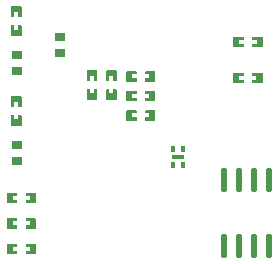
<source format=gbp>
G04 Layer: BottomPasteMaskLayer*
G04 EasyEDA Pro v2.1.32.5533625a.f972c4, 2023-12-06 19:29:04*
G04 Gerber Generator version 0.3*
G04 Scale: 100 percent, Rotated: No, Reflected: No*
G04 Dimensions in millimeters*
G04 Leading zeros omitted, absolute positions, 3 integers and 3 decimals*
%FSLAX33Y33*%
%MOMM*%
%ADD10R,0.9X0.8*%
%ADD11O,0.588X2.045*%
%ADD12R,0.42X0.505*%
%ADD13R,1.1X0.4*%
%ADD14R,0.9X0.8*%
G75*


G04 PolygonModel Start*
G36*
G01X3250Y-17203D02*
G01X4050Y-17203D01*
G01X4100Y-17253D01*
G01Y-17481D01*
G01X3730D01*
G01Y-17811D01*
G01X4100D01*
G01Y-18053D01*
G01X4050Y-18103D01*
G01X3250D01*
G01X3200Y-18053D01*
G01Y-17253D01*
G01X3250Y-17203D01*
G37*
G36*
G01X4800Y-17253D02*
G01X4800Y-17481D01*
G01X5180D01*
G01Y-17811D01*
G01X4800D01*
G01Y-18053D01*
G01X4850Y-18103D01*
G01X5640D01*
G01X5690Y-18053D01*
G01Y-17253D01*
G01X5640Y-17203D01*
G01X4850D01*
G01X4800Y-17253D01*
G37*
G36*
G01X3250Y-19362D02*
G01X4050Y-19362D01*
G01X4100Y-19412D01*
G01Y-19640D01*
G01X3730D01*
G01Y-19970D01*
G01X4100D01*
G01Y-20212D01*
G01X4050Y-20262D01*
G01X3250D01*
G01X3200Y-20212D01*
G01Y-19412D01*
G01X3250Y-19362D01*
G37*
G36*
G01X4800Y-19412D02*
G01X4800Y-19640D01*
G01X5180D01*
G01Y-19970D01*
G01X4800D01*
G01Y-20212D01*
G01X4850Y-20262D01*
G01X5640D01*
G01X5690Y-20212D01*
G01Y-19412D01*
G01X5640Y-19362D01*
G01X4850D01*
G01X4800Y-19412D01*
G37*
G36*
G01X3250Y-21521D02*
G01X4050Y-21521D01*
G01X4100Y-21571D01*
G01Y-21799D01*
G01X3730D01*
G01Y-22129D01*
G01X4100D01*
G01Y-22371D01*
G01X4050Y-22421D01*
G01X3250D01*
G01X3200Y-22371D01*
G01Y-21571D01*
G01X3250Y-21521D01*
G37*
G36*
G01X4800Y-21571D02*
G01X4800Y-21799D01*
G01X5180D01*
G01Y-22129D01*
G01X4800D01*
G01Y-22371D01*
G01X4850Y-22421D01*
G01X5640D01*
G01X5690Y-22371D01*
G01Y-21571D01*
G01X5640Y-21521D01*
G01X4850D01*
G01X4800Y-21571D01*
G37*
G36*
G01X4459Y-1472D02*
G01X4459Y-2272D01*
G01X4409Y-2322D01*
G01X4181D01*
G01Y-1952D01*
G01X3851D01*
G01Y-2322D01*
G01X3609D01*
G01X3559Y-2272D01*
G01Y-1472D01*
G01X3609Y-1422D01*
G01X4409D01*
G01X4459Y-1472D01*
G37*
G36*
G01X4409Y-3022D02*
G01X4181Y-3022D01*
G01Y-3402D01*
G01X3851D01*
G01Y-3022D01*
G01X3609D01*
G01X3559Y-3072D01*
G01Y-3862D01*
G01X3609Y-3912D01*
G01X4409D01*
G01X4459Y-3862D01*
G01Y-3072D01*
G01X4409Y-3022D01*
G37*
G36*
G01X3559Y-11482D02*
G01X3559Y-10682D01*
G01X3609Y-10632D01*
G01X3837D01*
G01Y-11002D01*
G01X4167D01*
G01Y-10632D01*
G01X4409D01*
G01X4459Y-10682D01*
G01Y-11482D01*
G01X4409Y-11532D01*
G01X3609D01*
G01X3559Y-11482D01*
G37*
G36*
G01X3609Y-9932D02*
G01X3837Y-9932D01*
G01Y-9552D01*
G01X4167D01*
G01Y-9932D01*
G01X4409D01*
G01X4459Y-9882D01*
G01Y-9092D01*
G01X4409Y-9042D01*
G01X3609D01*
G01X3559Y-9092D01*
G01Y-9882D01*
G01X3609Y-9932D01*
G37*
G36*
G01X24817Y-7943D02*
G01X24017Y-7943D01*
G01X23967Y-7893D01*
G01Y-7665D01*
G01X24337D01*
G01Y-7335D01*
G01X23967D01*
G01Y-7093D01*
G01X24017Y-7043D01*
G01X24817D01*
G01X24867Y-7093D01*
G01Y-7893D01*
G01X24817Y-7943D01*
G37*
G36*
G01X23267Y-7893D02*
G01X23267Y-7665D01*
G01X22887D01*
G01Y-7335D01*
G01X23267D01*
G01Y-7093D01*
G01X23217Y-7043D01*
G01X22427D01*
G01X22377Y-7093D01*
G01Y-7893D01*
G01X22427Y-7943D01*
G01X23217D01*
G01X23267Y-7893D01*
G37*
G36*
G01X22427Y-3995D02*
G01X23227Y-3995D01*
G01X23277Y-4045D01*
G01Y-4273D01*
G01X22907D01*
G01Y-4603D01*
G01X23277D01*
G01Y-4845D01*
G01X23227Y-4895D01*
G01X22427D01*
G01X22377Y-4845D01*
G01Y-4045D01*
G01X22427Y-3995D01*
G37*
G36*
G01X23977Y-4045D02*
G01X23977Y-4273D01*
G01X24357D01*
G01Y-4603D01*
G01X23977D01*
G01Y-4845D01*
G01X24027Y-4895D01*
G01X24817D01*
G01X24867Y-4845D01*
G01Y-4045D01*
G01X24817Y-3995D01*
G01X24027D01*
G01X23977Y-4045D01*
G37*
G36*
G01X13355Y-8567D02*
G01X14155Y-8567D01*
G01X14205Y-8617D01*
G01Y-8845D01*
G01X13835D01*
G01Y-9175D01*
G01X14205D01*
G01Y-9417D01*
G01X14155Y-9467D01*
G01X13355D01*
G01X13305Y-9417D01*
G01Y-8617D01*
G01X13355Y-8567D01*
G37*
G36*
G01X14905Y-8617D02*
G01X14905Y-8845D01*
G01X15285D01*
G01Y-9175D01*
G01X14905D01*
G01Y-9417D01*
G01X14955Y-9467D01*
G01X15745D01*
G01X15795Y-9417D01*
G01Y-8617D01*
G01X15745Y-8567D01*
G01X14955D01*
G01X14905Y-8617D01*
G37*
G36*
G01X13355Y-10218D02*
G01X14155Y-10218D01*
G01X14205Y-10268D01*
G01Y-10496D01*
G01X13835D01*
G01Y-10826D01*
G01X14205D01*
G01Y-11068D01*
G01X14155Y-11118D01*
G01X13355D01*
G01X13305Y-11068D01*
G01Y-10268D01*
G01X13355Y-10218D01*
G37*
G36*
G01X14905Y-10268D02*
G01X14905Y-10496D01*
G01X15285D01*
G01Y-10826D01*
G01X14905D01*
G01Y-11068D01*
G01X14955Y-11118D01*
G01X15745D01*
G01X15795Y-11068D01*
G01Y-10268D01*
G01X15745Y-10218D01*
G01X14955D01*
G01X14905Y-10268D01*
G37*
G36*
G01X13355Y-6916D02*
G01X14155Y-6916D01*
G01X14205Y-6966D01*
G01Y-7194D01*
G01X13835D01*
G01Y-7524D01*
G01X14205D01*
G01Y-7766D01*
G01X14155Y-7816D01*
G01X13355D01*
G01X13305Y-7766D01*
G01Y-6966D01*
G01X13355Y-6916D01*
G37*
G36*
G01X14905Y-6966D02*
G01X14905Y-7194D01*
G01X15285D01*
G01Y-7524D01*
G01X14905D01*
G01Y-7766D01*
G01X14955Y-7816D01*
G01X15745D01*
G01X15795Y-7766D01*
G01Y-6966D01*
G01X15745Y-6916D01*
G01X14955D01*
G01X14905Y-6966D01*
G37*
G36*
G01X9964Y-9286D02*
G01X9964Y-8486D01*
G01X10014Y-8435D01*
G01X10242D01*
G01Y-8805D01*
G01X10572D01*
G01Y-8435D01*
G01X10814D01*
G01X10864Y-8486D01*
G01Y-9286D01*
G01X10814Y-9335D01*
G01X10014D01*
G01X9964Y-9286D01*
G37*
G36*
G01X10014Y-7735D02*
G01X10242Y-7735D01*
G01Y-7356D01*
G01X10572D01*
G01Y-7735D01*
G01X10814D01*
G01X10864Y-7686D01*
G01Y-6896D01*
G01X10814Y-6846D01*
G01X10014D01*
G01X9964Y-6896D01*
G01Y-7686D01*
G01X10014Y-7735D01*
G37*
G36*
G01X11615Y-9286D02*
G01X11615Y-8486D01*
G01X11665Y-8435D01*
G01X11893D01*
G01Y-8805D01*
G01X12223D01*
G01Y-8435D01*
G01X12465D01*
G01X12515Y-8486D01*
G01Y-9286D01*
G01X12465Y-9335D01*
G01X11665D01*
G01X11615Y-9286D01*
G37*
G36*
G01X11665Y-7735D02*
G01X11893Y-7735D01*
G01Y-7356D01*
G01X12223D01*
G01Y-7735D01*
G01X12465D01*
G01X12515Y-7686D01*
G01Y-6896D01*
G01X12465Y-6846D01*
G01X11665D01*
G01X11615Y-6896D01*
G01Y-7686D01*
G01X11665Y-7735D01*
G37*
G04 PolygonModel End*

G04 Pad Start*
G54D10*
G01X4064Y-6923D03*
G01X4064Y-5523D03*
G01X4064Y-14543D03*
G01X4064Y-13143D03*
G54D11*
G01X21638Y-16151D03*
G01X22908Y-16151D03*
G01X24178Y-16151D03*
G01X25448Y-16151D03*
G01X21638Y-21695D03*
G01X22908Y-21695D03*
G01X24178Y-21695D03*
G01X25448Y-21695D03*
G54D12*
G01X17296Y-13539D03*
G01X18097Y-13539D03*
G01X18097Y-14893D03*
G01X17296Y-14893D03*
G54D13*
G01X17696Y-14216D03*
G54D14*
G01X7747Y-5399D03*
G01X7747Y-3999D03*
G04 Pad End*

M02*

</source>
